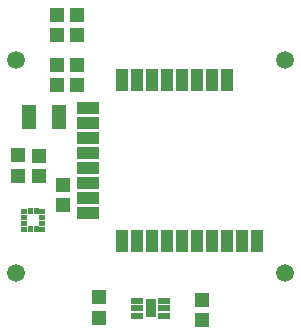
<source format=gbr>
G04 DipTrace 3.2.0.1*
G04 TopMask.gbr*
%MOIN*%
G04 #@! TF.FileFunction,Soldermask,Top*
G04 #@! TF.Part,Single*
%ADD35C,0.059055*%
%ADD37R,0.047244X0.07874*%
%ADD43R,0.033465X0.061024*%
%ADD45R,0.03937X0.019685*%
%ADD47R,0.074803X0.03937*%
%ADD49R,0.03937X0.074803*%
%ADD59R,0.047244X0.051181*%
%FSLAX26Y26*%
G04*
G70*
G90*
G75*
G01*
G04 TopMask*
%LPD*%
D59*
X171260Y-445669D3*
Y-512598D3*
D49*
X-94488Y287402D3*
X-44488D3*
X5512D3*
X55512D3*
X105512D3*
X155512D3*
X205512D3*
X255512D3*
X-94488Y-248031D3*
X-44488D3*
X5512D3*
X55512D3*
X105512D3*
X155512D3*
X205512D3*
X255512D3*
X305512D3*
X355512D3*
D47*
X-208661Y44685D3*
Y-5315D3*
X-208268Y94685D3*
X-208661Y-55315D3*
Y144685D3*
Y-105315D3*
Y194685D3*
Y-155315D3*
D45*
X-45276Y-446850D3*
Y-472441D3*
Y-498031D3*
X45276D3*
Y-472441D3*
Y-446850D3*
D43*
X0Y-472441D3*
D59*
X-171260Y-503465D3*
Y-436535D3*
G36*
X-431814Y-157574D2*
X-411328D1*
Y-141043D1*
X-431814D1*
Y-157574D1*
G37*
G36*
X-431834Y-177263D2*
X-411328D1*
Y-160723D1*
X-431834D1*
Y-177263D1*
G37*
G36*
X-431814Y-196951D2*
X-411328D1*
Y-180412D1*
X-431814D1*
Y-196951D1*
G37*
G36*
X-431834Y-216665D2*
X-411328D1*
Y-200092D1*
X-431834D1*
Y-216665D1*
G37*
G36*
X-371744Y-157566D2*
X-351287D1*
Y-141043D1*
X-371744D1*
Y-157566D1*
G37*
G36*
X-371754Y-177263D2*
X-351287D1*
Y-160723D1*
X-371754D1*
Y-177263D1*
G37*
G36*
X-371724Y-196985D2*
X-351287D1*
Y-180412D1*
X-371724D1*
Y-196985D1*
G37*
G36*
X-371754Y-216632D2*
X-351287D1*
Y-200092D1*
X-371754D1*
Y-216632D1*
G37*
G36*
X-409753Y-159149D2*
X-393219D1*
Y-138681D1*
X-409753D1*
Y-159149D1*
G37*
G36*
X-390068Y-159132D2*
X-373534D1*
Y-138681D1*
X-390068D1*
Y-159132D1*
G37*
G36*
X-409753Y-218993D2*
X-393219D1*
Y-198517D1*
X-409753D1*
Y-218993D1*
G37*
G36*
X-390068Y-219010D2*
X-373534D1*
Y-198517D1*
X-390068D1*
Y-219010D1*
G37*
D59*
X-441541Y-30126D3*
Y36803D3*
X-372499Y-30732D3*
Y36197D3*
X-290902Y-60400D3*
Y-127329D3*
X-313780Y437795D3*
Y504724D3*
X-244488Y437795D3*
Y504724D3*
D37*
X-404482Y166406D3*
X-306056D3*
D59*
X-313780Y272441D3*
Y339370D3*
X-244488Y272441D3*
Y339370D3*
D35*
X-448819Y354331D3*
X448819Y-354331D3*
X-448819D3*
X448819Y354331D3*
M02*

</source>
